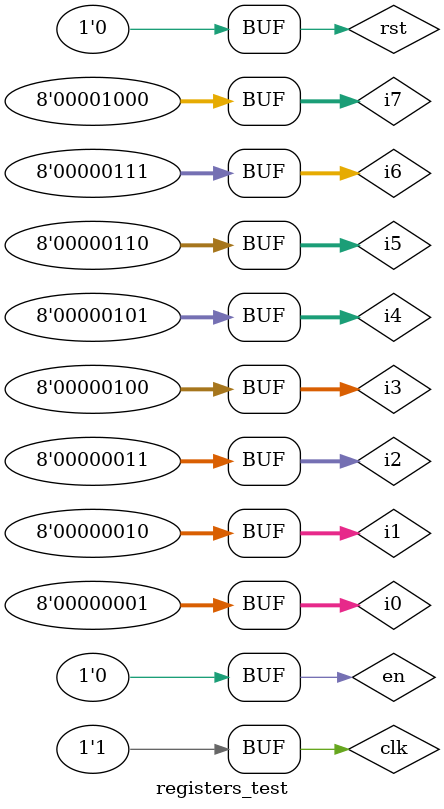
<source format=v>
`timescale 1ns / 1ps


module registers_test;

	// Inputs
	reg clk;
	reg rst;
	reg en;
	reg [7:0] i0;
	reg [7:0] i1;
	reg [7:0] i2;
	reg [7:0] i3;
	reg [7:0] i4;
	reg [7:0] i5;
	reg [7:0] i6;
	reg [7:0] i7;

	// Outputs
	wire [7:0] o0;
	wire [7:0] o1;
	wire [7:0] o2;
	wire [7:0] o3;
	wire [7:0] o4;
	wire [7:0] o5;
	wire [7:0] o6;
	wire [7:0] o7;

	// Instantiate the Unit Under Test (UUT)
	registers uut (
		.clk(clk), 
		.rst(rst), 
		.en(en), 
		.i0(i0), 
		.i1(i1), 
		.i2(i2), 
		.i3(i3), 
		.i4(i4), 
		.i5(i5), 
		.i6(i6), 
		.i7(i7),  
		.o0(o0), 
		.o1(o1), 
		.o2(o2), 
		.o3(o3), 
		.o4(o4), 
		.o5(o5), 
		.o6(o6), 
		.o7(o7)
	);

	initial begin
		// Initialize Inputs
		clk = 0;
		rst = 0;
		en = 0;
		i0 = 0;
		i1 = 0;
		i2 = 0;
		i3 = 0;
		i4 = 0;
		i5 = 0;
		i6 = 0;
		i7 = 0;

		// Wait 100 ns for global reset to finish
		#100;
		
		rst = 1;
		
		#100;
		
		rst = 0;
		#100;
		
		i0 = 8'd1;
		i1 = 8'd2;
		i2 = 8'd3;
		i3 = 8'd4;
		i4 = 8'd5;
		i5 = 8'd6;
		i6 = 8'd7;
		i7 = 8'd8;
		
		
		clk = 1;
		
        
		// Add stimulus here

	end
      
endmodule


</source>
